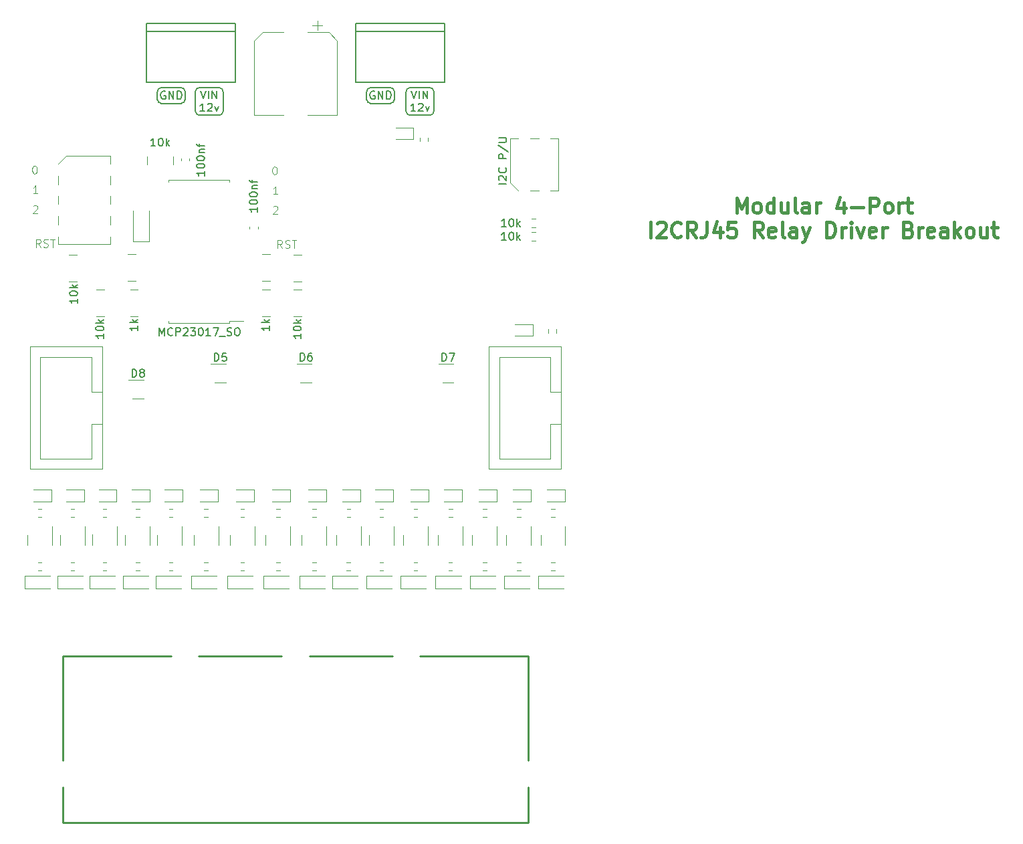
<source format=gto>
G04 #@! TF.GenerationSoftware,KiCad,Pcbnew,6.0.11+dfsg-1*
G04 #@! TF.CreationDate,2023-11-01T17:04:38+00:00*
G04 #@! TF.ProjectId,Modular-I2C-4PxRJ45-Relay-Driver,4d6f6475-6c61-4722-9d49-32432d345078,rev?*
G04 #@! TF.SameCoordinates,Original*
G04 #@! TF.FileFunction,Legend,Top*
G04 #@! TF.FilePolarity,Positive*
%FSLAX46Y46*%
G04 Gerber Fmt 4.6, Leading zero omitted, Abs format (unit mm)*
G04 Created by KiCad (PCBNEW 6.0.11+dfsg-1) date 2023-11-01 17:04:38*
%MOMM*%
%LPD*%
G01*
G04 APERTURE LIST*
%ADD10C,0.150000*%
%ADD11C,0.125000*%
%ADD12C,0.391000*%
%ADD13C,0.120000*%
%ADD14C,0.203200*%
%ADD15C,0.100000*%
%ADD16C,0.254000*%
G04 APERTURE END LIST*
D10*
X132119000Y-32253500D02*
G75*
G03*
X132619000Y-32753500I500000J0D01*
G01*
X166619000Y-34253500D02*
G75*
G03*
X167119000Y-33753500I0J500000D01*
G01*
X139934000Y-34253500D02*
G75*
G03*
X140434000Y-33753500I0J500000D01*
G01*
X164119000Y-30753500D02*
X166619000Y-30753500D01*
X162119000Y-31253500D02*
X162119000Y-32253500D01*
X136934000Y-33753500D02*
X136934000Y-31253500D01*
X135619000Y-31253500D02*
G75*
G03*
X135119000Y-30753500I-500000J0D01*
G01*
X140434000Y-31253500D02*
X140434000Y-33753500D01*
X135119000Y-32753500D02*
G75*
G03*
X135619000Y-32253500I0J500000D01*
G01*
X164119000Y-30753500D02*
G75*
G03*
X163619000Y-31253500I0J-500000D01*
G01*
X162119000Y-31253500D02*
G75*
G03*
X161619000Y-30753500I-500000J0D01*
G01*
X163619000Y-33753500D02*
G75*
G03*
X164119000Y-34253500I500000J0D01*
G01*
X161619000Y-32753500D02*
G75*
G03*
X162119000Y-32253500I0J500000D01*
G01*
X166619000Y-34253500D02*
X164119000Y-34253500D01*
X135119000Y-32753500D02*
X132619000Y-32753500D01*
X161619000Y-32753500D02*
X159119000Y-32753500D01*
X137434000Y-30753500D02*
X139934000Y-30753500D01*
X135619000Y-31253500D02*
X135619000Y-32253500D01*
X167119000Y-31253500D02*
G75*
G03*
X166619000Y-30753500I-500000J0D01*
G01*
X136934000Y-33753500D02*
G75*
G03*
X137434000Y-34253500I500000J0D01*
G01*
X132619000Y-30753500D02*
G75*
G03*
X132119000Y-31253500I0J-500000D01*
G01*
X158619000Y-32253500D02*
G75*
G03*
X159119000Y-32753500I500000J0D01*
G01*
X158619000Y-31253500D02*
X158619000Y-32253500D01*
X167119000Y-31253500D02*
X167119000Y-33753500D01*
X163619000Y-33753500D02*
X163619000Y-31253500D01*
X161619000Y-30753500D02*
X159119000Y-30753500D01*
X135119000Y-30753500D02*
X132619000Y-30753500D01*
X132119000Y-31253500D02*
X132119000Y-32253500D01*
X137434000Y-30753500D02*
G75*
G03*
X136934000Y-31253500I0J-500000D01*
G01*
X139934000Y-34253500D02*
X137434000Y-34253500D01*
X159119000Y-30753500D02*
G75*
G03*
X158619000Y-31253500I0J-500000D01*
G01*
X140434000Y-31253500D02*
G75*
G03*
X139934000Y-30753500I-500000J0D01*
G01*
D11*
X117321380Y-50955880D02*
X116988047Y-50479690D01*
X116749952Y-50955880D02*
X116749952Y-49955880D01*
X117130904Y-49955880D01*
X117226142Y-50003500D01*
X117273761Y-50051119D01*
X117321380Y-50146357D01*
X117321380Y-50289214D01*
X117273761Y-50384452D01*
X117226142Y-50432071D01*
X117130904Y-50479690D01*
X116749952Y-50479690D01*
X117702333Y-50908261D02*
X117845190Y-50955880D01*
X118083285Y-50955880D01*
X118178523Y-50908261D01*
X118226142Y-50860642D01*
X118273761Y-50765404D01*
X118273761Y-50670166D01*
X118226142Y-50574928D01*
X118178523Y-50527309D01*
X118083285Y-50479690D01*
X117892809Y-50432071D01*
X117797571Y-50384452D01*
X117749952Y-50336833D01*
X117702333Y-50241595D01*
X117702333Y-50146357D01*
X117749952Y-50051119D01*
X117797571Y-50003500D01*
X117892809Y-49955880D01*
X118130904Y-49955880D01*
X118273761Y-50003500D01*
X118559476Y-49955880D02*
X119130904Y-49955880D01*
X118845190Y-50955880D02*
X118845190Y-49955880D01*
X146783285Y-45851119D02*
X146830904Y-45803500D01*
X146926142Y-45755880D01*
X147164238Y-45755880D01*
X147259476Y-45803500D01*
X147307095Y-45851119D01*
X147354714Y-45946357D01*
X147354714Y-46041595D01*
X147307095Y-46184452D01*
X146735666Y-46755880D01*
X147354714Y-46755880D01*
X116954714Y-44155880D02*
X116383285Y-44155880D01*
X116669000Y-44155880D02*
X116669000Y-43155880D01*
X116573761Y-43298738D01*
X116478523Y-43393976D01*
X116383285Y-43441595D01*
D10*
X159607095Y-31253500D02*
X159511857Y-31205880D01*
X159369000Y-31205880D01*
X159226142Y-31253500D01*
X159130904Y-31348738D01*
X159083285Y-31443976D01*
X159035666Y-31634452D01*
X159035666Y-31777309D01*
X159083285Y-31967785D01*
X159130904Y-32063023D01*
X159226142Y-32158261D01*
X159369000Y-32205880D01*
X159464238Y-32205880D01*
X159607095Y-32158261D01*
X159654714Y-32110642D01*
X159654714Y-31777309D01*
X159464238Y-31777309D01*
X160083285Y-32205880D02*
X160083285Y-31205880D01*
X160654714Y-32205880D01*
X160654714Y-31205880D01*
X161130904Y-32205880D02*
X161130904Y-31205880D01*
X161369000Y-31205880D01*
X161511857Y-31253500D01*
X161607095Y-31348738D01*
X161654714Y-31443976D01*
X161702333Y-31634452D01*
X161702333Y-31777309D01*
X161654714Y-31967785D01*
X161607095Y-32063023D01*
X161511857Y-32158261D01*
X161369000Y-32205880D01*
X161130904Y-32205880D01*
X121991380Y-57486738D02*
X121991380Y-58058166D01*
X121991380Y-57772452D02*
X120991380Y-57772452D01*
X121134238Y-57867690D01*
X121229476Y-57962928D01*
X121277095Y-58058166D01*
X120991380Y-56867690D02*
X120991380Y-56772452D01*
X121039000Y-56677214D01*
X121086619Y-56629595D01*
X121181857Y-56581976D01*
X121372333Y-56534357D01*
X121610428Y-56534357D01*
X121800904Y-56581976D01*
X121896142Y-56629595D01*
X121943761Y-56677214D01*
X121991380Y-56772452D01*
X121991380Y-56867690D01*
X121943761Y-56962928D01*
X121896142Y-57010547D01*
X121800904Y-57058166D01*
X121610428Y-57105785D01*
X121372333Y-57105785D01*
X121181857Y-57058166D01*
X121086619Y-57010547D01*
X121039000Y-56962928D01*
X120991380Y-56867690D01*
X121991380Y-56105785D02*
X120991380Y-56105785D01*
X121610428Y-56010547D02*
X121991380Y-55724833D01*
X121324714Y-55724833D02*
X121705666Y-56105785D01*
X176321380Y-42908261D02*
X175321380Y-42908261D01*
X175416619Y-42479690D02*
X175369000Y-42432071D01*
X175321380Y-42336833D01*
X175321380Y-42098738D01*
X175369000Y-42003500D01*
X175416619Y-41955880D01*
X175511857Y-41908261D01*
X175607095Y-41908261D01*
X175749952Y-41955880D01*
X176321380Y-42527309D01*
X176321380Y-41908261D01*
X176226142Y-40908261D02*
X176273761Y-40955880D01*
X176321380Y-41098738D01*
X176321380Y-41193976D01*
X176273761Y-41336833D01*
X176178523Y-41432071D01*
X176083285Y-41479690D01*
X175892809Y-41527309D01*
X175749952Y-41527309D01*
X175559476Y-41479690D01*
X175464238Y-41432071D01*
X175369000Y-41336833D01*
X175321380Y-41193976D01*
X175321380Y-41098738D01*
X175369000Y-40955880D01*
X175416619Y-40908261D01*
X176321380Y-39717785D02*
X175321380Y-39717785D01*
X175321380Y-39336833D01*
X175369000Y-39241595D01*
X175416619Y-39193976D01*
X175511857Y-39146357D01*
X175654714Y-39146357D01*
X175749952Y-39193976D01*
X175797571Y-39241595D01*
X175845190Y-39336833D01*
X175845190Y-39717785D01*
X175273761Y-38003500D02*
X176559476Y-38860642D01*
X175321380Y-37670166D02*
X176130904Y-37670166D01*
X176226142Y-37622547D01*
X176273761Y-37574928D01*
X176321380Y-37479690D01*
X176321380Y-37289214D01*
X176273761Y-37193976D01*
X176226142Y-37146357D01*
X176130904Y-37098738D01*
X175321380Y-37098738D01*
X164273761Y-31150880D02*
X164607095Y-32150880D01*
X164940428Y-31150880D01*
X165273761Y-32150880D02*
X165273761Y-31150880D01*
X165749952Y-32150880D02*
X165749952Y-31150880D01*
X166321380Y-32150880D01*
X166321380Y-31150880D01*
X164797571Y-33760880D02*
X164226142Y-33760880D01*
X164511857Y-33760880D02*
X164511857Y-32760880D01*
X164416619Y-32903738D01*
X164321380Y-32998976D01*
X164226142Y-33046595D01*
X165178523Y-32856119D02*
X165226142Y-32808500D01*
X165321380Y-32760880D01*
X165559476Y-32760880D01*
X165654714Y-32808500D01*
X165702333Y-32856119D01*
X165749952Y-32951357D01*
X165749952Y-33046595D01*
X165702333Y-33189452D01*
X165130904Y-33760880D01*
X165749952Y-33760880D01*
X166083285Y-33094214D02*
X166321380Y-33760880D01*
X166559476Y-33094214D01*
D12*
X205453976Y-46619605D02*
X205453976Y-44710605D01*
X206090309Y-46074176D01*
X206726642Y-44710605D01*
X206726642Y-46619605D01*
X207908404Y-46619605D02*
X207726595Y-46528700D01*
X207635690Y-46437795D01*
X207544785Y-46255986D01*
X207544785Y-45710557D01*
X207635690Y-45528748D01*
X207726595Y-45437843D01*
X207908404Y-45346938D01*
X208181119Y-45346938D01*
X208362928Y-45437843D01*
X208453833Y-45528748D01*
X208544738Y-45710557D01*
X208544738Y-46255986D01*
X208453833Y-46437795D01*
X208362928Y-46528700D01*
X208181119Y-46619605D01*
X207908404Y-46619605D01*
X210181023Y-46619605D02*
X210181023Y-44710605D01*
X210181023Y-46528700D02*
X209999214Y-46619605D01*
X209635595Y-46619605D01*
X209453785Y-46528700D01*
X209362880Y-46437795D01*
X209271976Y-46255986D01*
X209271976Y-45710557D01*
X209362880Y-45528748D01*
X209453785Y-45437843D01*
X209635595Y-45346938D01*
X209999214Y-45346938D01*
X210181023Y-45437843D01*
X211908214Y-45346938D02*
X211908214Y-46619605D01*
X211090071Y-45346938D02*
X211090071Y-46346890D01*
X211180976Y-46528700D01*
X211362785Y-46619605D01*
X211635500Y-46619605D01*
X211817309Y-46528700D01*
X211908214Y-46437795D01*
X213089976Y-46619605D02*
X212908166Y-46528700D01*
X212817261Y-46346890D01*
X212817261Y-44710605D01*
X214635357Y-46619605D02*
X214635357Y-45619652D01*
X214544452Y-45437843D01*
X214362642Y-45346938D01*
X213999023Y-45346938D01*
X213817214Y-45437843D01*
X214635357Y-46528700D02*
X214453547Y-46619605D01*
X213999023Y-46619605D01*
X213817214Y-46528700D01*
X213726309Y-46346890D01*
X213726309Y-46165081D01*
X213817214Y-45983271D01*
X213999023Y-45892367D01*
X214453547Y-45892367D01*
X214635357Y-45801462D01*
X215544404Y-46619605D02*
X215544404Y-45346938D01*
X215544404Y-45710557D02*
X215635309Y-45528748D01*
X215726214Y-45437843D01*
X215908023Y-45346938D01*
X216089833Y-45346938D01*
X218998785Y-45346938D02*
X218998785Y-46619605D01*
X218544261Y-44619700D02*
X218089738Y-45983271D01*
X219271500Y-45983271D01*
X219998738Y-45892367D02*
X221453214Y-45892367D01*
X222362261Y-46619605D02*
X222362261Y-44710605D01*
X223089500Y-44710605D01*
X223271309Y-44801510D01*
X223362214Y-44892414D01*
X223453119Y-45074224D01*
X223453119Y-45346938D01*
X223362214Y-45528748D01*
X223271309Y-45619652D01*
X223089500Y-45710557D01*
X222362261Y-45710557D01*
X224543976Y-46619605D02*
X224362166Y-46528700D01*
X224271261Y-46437795D01*
X224180357Y-46255986D01*
X224180357Y-45710557D01*
X224271261Y-45528748D01*
X224362166Y-45437843D01*
X224543976Y-45346938D01*
X224816690Y-45346938D01*
X224998500Y-45437843D01*
X225089404Y-45528748D01*
X225180309Y-45710557D01*
X225180309Y-46255986D01*
X225089404Y-46437795D01*
X224998500Y-46528700D01*
X224816690Y-46619605D01*
X224543976Y-46619605D01*
X225998452Y-46619605D02*
X225998452Y-45346938D01*
X225998452Y-45710557D02*
X226089357Y-45528748D01*
X226180261Y-45437843D01*
X226362071Y-45346938D01*
X226543880Y-45346938D01*
X226907500Y-45346938D02*
X227634738Y-45346938D01*
X227180214Y-44710605D02*
X227180214Y-46346890D01*
X227271119Y-46528700D01*
X227452928Y-46619605D01*
X227634738Y-46619605D01*
X194590857Y-49693095D02*
X194590857Y-47784095D01*
X195408999Y-47965904D02*
X195499904Y-47875000D01*
X195681714Y-47784095D01*
X196136238Y-47784095D01*
X196318047Y-47875000D01*
X196408952Y-47965904D01*
X196499857Y-48147714D01*
X196499857Y-48329523D01*
X196408952Y-48602238D01*
X195318095Y-49693095D01*
X196499857Y-49693095D01*
X198408857Y-49511285D02*
X198317952Y-49602190D01*
X198045238Y-49693095D01*
X197863428Y-49693095D01*
X197590714Y-49602190D01*
X197408904Y-49420380D01*
X197317999Y-49238571D01*
X197227095Y-48874952D01*
X197227095Y-48602238D01*
X197317999Y-48238619D01*
X197408904Y-48056809D01*
X197590714Y-47875000D01*
X197863428Y-47784095D01*
X198045238Y-47784095D01*
X198317952Y-47875000D01*
X198408857Y-47965904D01*
X200317857Y-49693095D02*
X199681523Y-48784047D01*
X199226999Y-49693095D02*
X199226999Y-47784095D01*
X199954238Y-47784095D01*
X200136047Y-47875000D01*
X200226952Y-47965904D01*
X200317857Y-48147714D01*
X200317857Y-48420428D01*
X200226952Y-48602238D01*
X200136047Y-48693142D01*
X199954238Y-48784047D01*
X199226999Y-48784047D01*
X201681428Y-47784095D02*
X201681428Y-49147666D01*
X201590523Y-49420380D01*
X201408714Y-49602190D01*
X201135999Y-49693095D01*
X200954190Y-49693095D01*
X203408619Y-48420428D02*
X203408619Y-49693095D01*
X202954095Y-47693190D02*
X202499571Y-49056761D01*
X203681333Y-49056761D01*
X205317619Y-47784095D02*
X204408571Y-47784095D01*
X204317666Y-48693142D01*
X204408571Y-48602238D01*
X204590380Y-48511333D01*
X205044904Y-48511333D01*
X205226714Y-48602238D01*
X205317619Y-48693142D01*
X205408523Y-48874952D01*
X205408523Y-49329476D01*
X205317619Y-49511285D01*
X205226714Y-49602190D01*
X205044904Y-49693095D01*
X204590380Y-49693095D01*
X204408571Y-49602190D01*
X204317666Y-49511285D01*
X208771999Y-49693095D02*
X208135666Y-48784047D01*
X207681142Y-49693095D02*
X207681142Y-47784095D01*
X208408380Y-47784095D01*
X208590190Y-47875000D01*
X208681095Y-47965904D01*
X208771999Y-48147714D01*
X208771999Y-48420428D01*
X208681095Y-48602238D01*
X208590190Y-48693142D01*
X208408380Y-48784047D01*
X207681142Y-48784047D01*
X210317380Y-49602190D02*
X210135571Y-49693095D01*
X209771952Y-49693095D01*
X209590142Y-49602190D01*
X209499238Y-49420380D01*
X209499238Y-48693142D01*
X209590142Y-48511333D01*
X209771952Y-48420428D01*
X210135571Y-48420428D01*
X210317380Y-48511333D01*
X210408285Y-48693142D01*
X210408285Y-48874952D01*
X209499238Y-49056761D01*
X211499142Y-49693095D02*
X211317333Y-49602190D01*
X211226428Y-49420380D01*
X211226428Y-47784095D01*
X213044523Y-49693095D02*
X213044523Y-48693142D01*
X212953619Y-48511333D01*
X212771809Y-48420428D01*
X212408190Y-48420428D01*
X212226380Y-48511333D01*
X213044523Y-49602190D02*
X212862714Y-49693095D01*
X212408190Y-49693095D01*
X212226380Y-49602190D01*
X212135476Y-49420380D01*
X212135476Y-49238571D01*
X212226380Y-49056761D01*
X212408190Y-48965857D01*
X212862714Y-48965857D01*
X213044523Y-48874952D01*
X213771761Y-48420428D02*
X214226285Y-49693095D01*
X214680809Y-48420428D02*
X214226285Y-49693095D01*
X214044476Y-50147619D01*
X213953571Y-50238523D01*
X213771761Y-50329428D01*
X216862523Y-49693095D02*
X216862523Y-47784095D01*
X217317047Y-47784095D01*
X217589761Y-47875000D01*
X217771571Y-48056809D01*
X217862476Y-48238619D01*
X217953380Y-48602238D01*
X217953380Y-48874952D01*
X217862476Y-49238571D01*
X217771571Y-49420380D01*
X217589761Y-49602190D01*
X217317047Y-49693095D01*
X216862523Y-49693095D01*
X218771523Y-49693095D02*
X218771523Y-48420428D01*
X218771523Y-48784047D02*
X218862428Y-48602238D01*
X218953333Y-48511333D01*
X219135142Y-48420428D01*
X219316952Y-48420428D01*
X219953285Y-49693095D02*
X219953285Y-48420428D01*
X219953285Y-47784095D02*
X219862380Y-47875000D01*
X219953285Y-47965904D01*
X220044190Y-47875000D01*
X219953285Y-47784095D01*
X219953285Y-47965904D01*
X220680523Y-48420428D02*
X221135047Y-49693095D01*
X221589571Y-48420428D01*
X223044047Y-49602190D02*
X222862238Y-49693095D01*
X222498619Y-49693095D01*
X222316809Y-49602190D01*
X222225904Y-49420380D01*
X222225904Y-48693142D01*
X222316809Y-48511333D01*
X222498619Y-48420428D01*
X222862238Y-48420428D01*
X223044047Y-48511333D01*
X223134952Y-48693142D01*
X223134952Y-48874952D01*
X222225904Y-49056761D01*
X223953095Y-49693095D02*
X223953095Y-48420428D01*
X223953095Y-48784047D02*
X224043999Y-48602238D01*
X224134904Y-48511333D01*
X224316714Y-48420428D01*
X224498523Y-48420428D01*
X227225666Y-48693142D02*
X227498380Y-48784047D01*
X227589285Y-48874952D01*
X227680190Y-49056761D01*
X227680190Y-49329476D01*
X227589285Y-49511285D01*
X227498380Y-49602190D01*
X227316571Y-49693095D01*
X226589333Y-49693095D01*
X226589333Y-47784095D01*
X227225666Y-47784095D01*
X227407476Y-47875000D01*
X227498380Y-47965904D01*
X227589285Y-48147714D01*
X227589285Y-48329523D01*
X227498380Y-48511333D01*
X227407476Y-48602238D01*
X227225666Y-48693142D01*
X226589333Y-48693142D01*
X228498333Y-49693095D02*
X228498333Y-48420428D01*
X228498333Y-48784047D02*
X228589238Y-48602238D01*
X228680142Y-48511333D01*
X228861952Y-48420428D01*
X229043761Y-48420428D01*
X230407333Y-49602190D02*
X230225523Y-49693095D01*
X229861904Y-49693095D01*
X229680095Y-49602190D01*
X229589190Y-49420380D01*
X229589190Y-48693142D01*
X229680095Y-48511333D01*
X229861904Y-48420428D01*
X230225523Y-48420428D01*
X230407333Y-48511333D01*
X230498238Y-48693142D01*
X230498238Y-48874952D01*
X229589190Y-49056761D01*
X232134523Y-49693095D02*
X232134523Y-48693142D01*
X232043619Y-48511333D01*
X231861809Y-48420428D01*
X231498190Y-48420428D01*
X231316380Y-48511333D01*
X232134523Y-49602190D02*
X231952714Y-49693095D01*
X231498190Y-49693095D01*
X231316380Y-49602190D01*
X231225476Y-49420380D01*
X231225476Y-49238571D01*
X231316380Y-49056761D01*
X231498190Y-48965857D01*
X231952714Y-48965857D01*
X232134523Y-48874952D01*
X233043571Y-49693095D02*
X233043571Y-47784095D01*
X233225380Y-48965857D02*
X233770809Y-49693095D01*
X233770809Y-48420428D02*
X233043571Y-49147666D01*
X234861666Y-49693095D02*
X234679857Y-49602190D01*
X234588952Y-49511285D01*
X234498047Y-49329476D01*
X234498047Y-48784047D01*
X234588952Y-48602238D01*
X234679857Y-48511333D01*
X234861666Y-48420428D01*
X235134380Y-48420428D01*
X235316190Y-48511333D01*
X235407095Y-48602238D01*
X235497999Y-48784047D01*
X235497999Y-49329476D01*
X235407095Y-49511285D01*
X235316190Y-49602190D01*
X235134380Y-49693095D01*
X234861666Y-49693095D01*
X237134285Y-48420428D02*
X237134285Y-49693095D01*
X236316142Y-48420428D02*
X236316142Y-49420380D01*
X236407047Y-49602190D01*
X236588857Y-49693095D01*
X236861571Y-49693095D01*
X237043380Y-49602190D01*
X237134285Y-49511285D01*
X237770619Y-48420428D02*
X238497857Y-48420428D01*
X238043333Y-47784095D02*
X238043333Y-49420380D01*
X238134238Y-49602190D01*
X238316047Y-49693095D01*
X238497857Y-49693095D01*
D10*
X137588761Y-31150880D02*
X137922095Y-32150880D01*
X138255428Y-31150880D01*
X138588761Y-32150880D02*
X138588761Y-31150880D01*
X139064952Y-32150880D02*
X139064952Y-31150880D01*
X139636380Y-32150880D01*
X139636380Y-31150880D01*
X138112571Y-33760880D02*
X137541142Y-33760880D01*
X137826857Y-33760880D02*
X137826857Y-32760880D01*
X137731619Y-32903738D01*
X137636380Y-32998976D01*
X137541142Y-33046595D01*
X138493523Y-32856119D02*
X138541142Y-32808500D01*
X138636380Y-32760880D01*
X138874476Y-32760880D01*
X138969714Y-32808500D01*
X139017333Y-32856119D01*
X139064952Y-32951357D01*
X139064952Y-33046595D01*
X139017333Y-33189452D01*
X138445904Y-33760880D01*
X139064952Y-33760880D01*
X139398285Y-33094214D02*
X139636380Y-33760880D01*
X139874476Y-33094214D01*
D11*
X146921380Y-40755880D02*
X147016619Y-40755880D01*
X147111857Y-40803500D01*
X147159476Y-40851119D01*
X147207095Y-40946357D01*
X147254714Y-41136833D01*
X147254714Y-41374928D01*
X147207095Y-41565404D01*
X147159476Y-41660642D01*
X147111857Y-41708261D01*
X147016619Y-41755880D01*
X146921380Y-41755880D01*
X146826142Y-41708261D01*
X146778523Y-41660642D01*
X146730904Y-41565404D01*
X146683285Y-41374928D01*
X146683285Y-41136833D01*
X146730904Y-40946357D01*
X146778523Y-40851119D01*
X146826142Y-40803500D01*
X146921380Y-40755880D01*
X116383285Y-45751119D02*
X116430904Y-45703500D01*
X116526142Y-45655880D01*
X116764238Y-45655880D01*
X116859476Y-45703500D01*
X116907095Y-45751119D01*
X116954714Y-45846357D01*
X116954714Y-45941595D01*
X116907095Y-46084452D01*
X116335666Y-46655880D01*
X116954714Y-46655880D01*
X147354714Y-44255880D02*
X146783285Y-44255880D01*
X147069000Y-44255880D02*
X147069000Y-43255880D01*
X146973761Y-43398738D01*
X146878523Y-43493976D01*
X146783285Y-43541595D01*
D10*
X133107095Y-31253500D02*
X133011857Y-31205880D01*
X132869000Y-31205880D01*
X132726142Y-31253500D01*
X132630904Y-31348738D01*
X132583285Y-31443976D01*
X132535666Y-31634452D01*
X132535666Y-31777309D01*
X132583285Y-31967785D01*
X132630904Y-32063023D01*
X132726142Y-32158261D01*
X132869000Y-32205880D01*
X132964238Y-32205880D01*
X133107095Y-32158261D01*
X133154714Y-32110642D01*
X133154714Y-31777309D01*
X132964238Y-31777309D01*
X133583285Y-32205880D02*
X133583285Y-31205880D01*
X134154714Y-32205880D01*
X134154714Y-31205880D01*
X134630904Y-32205880D02*
X134630904Y-31205880D01*
X134869000Y-31205880D01*
X135011857Y-31253500D01*
X135107095Y-31348738D01*
X135154714Y-31443976D01*
X135202333Y-31634452D01*
X135202333Y-31777309D01*
X135154714Y-31967785D01*
X135107095Y-32063023D01*
X135011857Y-32158261D01*
X134869000Y-32205880D01*
X134630904Y-32205880D01*
D11*
X147921380Y-51055880D02*
X147588047Y-50579690D01*
X147349952Y-51055880D02*
X147349952Y-50055880D01*
X147730904Y-50055880D01*
X147826142Y-50103500D01*
X147873761Y-50151119D01*
X147921380Y-50246357D01*
X147921380Y-50389214D01*
X147873761Y-50484452D01*
X147826142Y-50532071D01*
X147730904Y-50579690D01*
X147349952Y-50579690D01*
X148302333Y-51008261D02*
X148445190Y-51055880D01*
X148683285Y-51055880D01*
X148778523Y-51008261D01*
X148826142Y-50960642D01*
X148873761Y-50865404D01*
X148873761Y-50770166D01*
X148826142Y-50674928D01*
X148778523Y-50627309D01*
X148683285Y-50579690D01*
X148492809Y-50532071D01*
X148397571Y-50484452D01*
X148349952Y-50436833D01*
X148302333Y-50341595D01*
X148302333Y-50246357D01*
X148349952Y-50151119D01*
X148397571Y-50103500D01*
X148492809Y-50055880D01*
X148730904Y-50055880D01*
X148873761Y-50103500D01*
X149159476Y-50055880D02*
X149730904Y-50055880D01*
X149445190Y-51055880D02*
X149445190Y-50055880D01*
X116521380Y-40655880D02*
X116616619Y-40655880D01*
X116711857Y-40703500D01*
X116759476Y-40751119D01*
X116807095Y-40846357D01*
X116854714Y-41036833D01*
X116854714Y-41274928D01*
X116807095Y-41465404D01*
X116759476Y-41560642D01*
X116711857Y-41608261D01*
X116616619Y-41655880D01*
X116521380Y-41655880D01*
X116426142Y-41608261D01*
X116378523Y-41560642D01*
X116330904Y-41465404D01*
X116283285Y-41274928D01*
X116283285Y-41036833D01*
X116330904Y-40846357D01*
X116378523Y-40751119D01*
X116426142Y-40703500D01*
X116521380Y-40655880D01*
D10*
X128928904Y-67408880D02*
X128928904Y-66408880D01*
X129167000Y-66408880D01*
X129309857Y-66456500D01*
X129405095Y-66551738D01*
X129452714Y-66646976D01*
X129500333Y-66837452D01*
X129500333Y-66980309D01*
X129452714Y-67170785D01*
X129405095Y-67266023D01*
X129309857Y-67361261D01*
X129167000Y-67408880D01*
X128928904Y-67408880D01*
X130071761Y-66837452D02*
X129976523Y-66789833D01*
X129928904Y-66742214D01*
X129881285Y-66646976D01*
X129881285Y-66599357D01*
X129928904Y-66504119D01*
X129976523Y-66456500D01*
X130071761Y-66408880D01*
X130262238Y-66408880D01*
X130357476Y-66456500D01*
X130405095Y-66504119D01*
X130452714Y-66599357D01*
X130452714Y-66646976D01*
X130405095Y-66742214D01*
X130357476Y-66789833D01*
X130262238Y-66837452D01*
X130071761Y-66837452D01*
X129976523Y-66885071D01*
X129928904Y-66932690D01*
X129881285Y-67027928D01*
X129881285Y-67218404D01*
X129928904Y-67313642D01*
X129976523Y-67361261D01*
X130071761Y-67408880D01*
X130262238Y-67408880D01*
X130357476Y-67361261D01*
X130405095Y-67313642D01*
X130452714Y-67218404D01*
X130452714Y-67027928D01*
X130405095Y-66932690D01*
X130357476Y-66885071D01*
X130262238Y-66837452D01*
X168171904Y-65376880D02*
X168171904Y-64376880D01*
X168410000Y-64376880D01*
X168552857Y-64424500D01*
X168648095Y-64519738D01*
X168695714Y-64614976D01*
X168743333Y-64805452D01*
X168743333Y-64948309D01*
X168695714Y-65138785D01*
X168648095Y-65234023D01*
X168552857Y-65329261D01*
X168410000Y-65376880D01*
X168171904Y-65376880D01*
X169076666Y-64376880D02*
X169743333Y-64376880D01*
X169314761Y-65376880D01*
X125321380Y-61898738D02*
X125321380Y-62470166D01*
X125321380Y-62184452D02*
X124321380Y-62184452D01*
X124464238Y-62279690D01*
X124559476Y-62374928D01*
X124607095Y-62470166D01*
X124321380Y-61279690D02*
X124321380Y-61184452D01*
X124369000Y-61089214D01*
X124416619Y-61041595D01*
X124511857Y-60993976D01*
X124702333Y-60946357D01*
X124940428Y-60946357D01*
X125130904Y-60993976D01*
X125226142Y-61041595D01*
X125273761Y-61089214D01*
X125321380Y-61184452D01*
X125321380Y-61279690D01*
X125273761Y-61374928D01*
X125226142Y-61422547D01*
X125130904Y-61470166D01*
X124940428Y-61517785D01*
X124702333Y-61517785D01*
X124511857Y-61470166D01*
X124416619Y-61422547D01*
X124369000Y-61374928D01*
X124321380Y-61279690D01*
X125321380Y-60517785D02*
X124321380Y-60517785D01*
X124940428Y-60422547D02*
X125321380Y-60136833D01*
X124654714Y-60136833D02*
X125035666Y-60517785D01*
X138088380Y-41328261D02*
X138088380Y-41899690D01*
X138088380Y-41613976D02*
X137088380Y-41613976D01*
X137231238Y-41709214D01*
X137326476Y-41804452D01*
X137374095Y-41899690D01*
X137088380Y-40709214D02*
X137088380Y-40613976D01*
X137136000Y-40518738D01*
X137183619Y-40471119D01*
X137278857Y-40423500D01*
X137469333Y-40375880D01*
X137707428Y-40375880D01*
X137897904Y-40423500D01*
X137993142Y-40471119D01*
X138040761Y-40518738D01*
X138088380Y-40613976D01*
X138088380Y-40709214D01*
X138040761Y-40804452D01*
X137993142Y-40852071D01*
X137897904Y-40899690D01*
X137707428Y-40947309D01*
X137469333Y-40947309D01*
X137278857Y-40899690D01*
X137183619Y-40852071D01*
X137136000Y-40804452D01*
X137088380Y-40709214D01*
X137088380Y-39756833D02*
X137088380Y-39661595D01*
X137136000Y-39566357D01*
X137183619Y-39518738D01*
X137278857Y-39471119D01*
X137469333Y-39423500D01*
X137707428Y-39423500D01*
X137897904Y-39471119D01*
X137993142Y-39518738D01*
X138040761Y-39566357D01*
X138088380Y-39661595D01*
X138088380Y-39756833D01*
X138040761Y-39852071D01*
X137993142Y-39899690D01*
X137897904Y-39947309D01*
X137707428Y-39994928D01*
X137469333Y-39994928D01*
X137278857Y-39947309D01*
X137183619Y-39899690D01*
X137136000Y-39852071D01*
X137088380Y-39756833D01*
X137421714Y-38994928D02*
X138088380Y-38994928D01*
X137516952Y-38994928D02*
X137469333Y-38947309D01*
X137421714Y-38852071D01*
X137421714Y-38709214D01*
X137469333Y-38613976D01*
X137564571Y-38566357D01*
X138088380Y-38566357D01*
X137421714Y-38233023D02*
X137421714Y-37852071D01*
X138088380Y-38090166D02*
X137231238Y-38090166D01*
X137136000Y-38042547D01*
X137088380Y-37947309D01*
X137088380Y-37852071D01*
X131865761Y-38152880D02*
X131294333Y-38152880D01*
X131580047Y-38152880D02*
X131580047Y-37152880D01*
X131484809Y-37295738D01*
X131389571Y-37390976D01*
X131294333Y-37438595D01*
X132484809Y-37152880D02*
X132580047Y-37152880D01*
X132675285Y-37200500D01*
X132722904Y-37248119D01*
X132770523Y-37343357D01*
X132818142Y-37533833D01*
X132818142Y-37771928D01*
X132770523Y-37962404D01*
X132722904Y-38057642D01*
X132675285Y-38105261D01*
X132580047Y-38152880D01*
X132484809Y-38152880D01*
X132389571Y-38105261D01*
X132341952Y-38057642D01*
X132294333Y-37962404D01*
X132246714Y-37771928D01*
X132246714Y-37533833D01*
X132294333Y-37343357D01*
X132341952Y-37248119D01*
X132389571Y-37200500D01*
X132484809Y-37152880D01*
X133246714Y-38152880D02*
X133246714Y-37152880D01*
X133341952Y-37771928D02*
X133627666Y-38152880D01*
X133627666Y-37486214D02*
X133246714Y-37867166D01*
X176273761Y-48355880D02*
X175702333Y-48355880D01*
X175988047Y-48355880D02*
X175988047Y-47355880D01*
X175892809Y-47498738D01*
X175797571Y-47593976D01*
X175702333Y-47641595D01*
X176892809Y-47355880D02*
X176988047Y-47355880D01*
X177083285Y-47403500D01*
X177130904Y-47451119D01*
X177178523Y-47546357D01*
X177226142Y-47736833D01*
X177226142Y-47974928D01*
X177178523Y-48165404D01*
X177130904Y-48260642D01*
X177083285Y-48308261D01*
X176988047Y-48355880D01*
X176892809Y-48355880D01*
X176797571Y-48308261D01*
X176749952Y-48260642D01*
X176702333Y-48165404D01*
X176654714Y-47974928D01*
X176654714Y-47736833D01*
X176702333Y-47546357D01*
X176749952Y-47451119D01*
X176797571Y-47403500D01*
X176892809Y-47355880D01*
X177654714Y-48355880D02*
X177654714Y-47355880D01*
X177749952Y-47974928D02*
X178035666Y-48355880D01*
X178035666Y-47689214D02*
X177654714Y-48070166D01*
X150203904Y-65361880D02*
X150203904Y-64361880D01*
X150442000Y-64361880D01*
X150584857Y-64409500D01*
X150680095Y-64504738D01*
X150727714Y-64599976D01*
X150775333Y-64790452D01*
X150775333Y-64933309D01*
X150727714Y-65123785D01*
X150680095Y-65219023D01*
X150584857Y-65314261D01*
X150442000Y-65361880D01*
X150203904Y-65361880D01*
X151632476Y-64361880D02*
X151442000Y-64361880D01*
X151346761Y-64409500D01*
X151299142Y-64457119D01*
X151203904Y-64599976D01*
X151156285Y-64790452D01*
X151156285Y-65171404D01*
X151203904Y-65266642D01*
X151251523Y-65314261D01*
X151346761Y-65361880D01*
X151537238Y-65361880D01*
X151632476Y-65314261D01*
X151680095Y-65266642D01*
X151727714Y-65171404D01*
X151727714Y-64933309D01*
X151680095Y-64838071D01*
X151632476Y-64790452D01*
X151537238Y-64742833D01*
X151346761Y-64742833D01*
X151251523Y-64790452D01*
X151203904Y-64838071D01*
X151156285Y-64933309D01*
X176273761Y-50055880D02*
X175702333Y-50055880D01*
X175988047Y-50055880D02*
X175988047Y-49055880D01*
X175892809Y-49198738D01*
X175797571Y-49293976D01*
X175702333Y-49341595D01*
X176892809Y-49055880D02*
X176988047Y-49055880D01*
X177083285Y-49103500D01*
X177130904Y-49151119D01*
X177178523Y-49246357D01*
X177226142Y-49436833D01*
X177226142Y-49674928D01*
X177178523Y-49865404D01*
X177130904Y-49960642D01*
X177083285Y-50008261D01*
X176988047Y-50055880D01*
X176892809Y-50055880D01*
X176797571Y-50008261D01*
X176749952Y-49960642D01*
X176702333Y-49865404D01*
X176654714Y-49674928D01*
X176654714Y-49436833D01*
X176702333Y-49246357D01*
X176749952Y-49151119D01*
X176797571Y-49103500D01*
X176892809Y-49055880D01*
X177654714Y-50055880D02*
X177654714Y-49055880D01*
X177749952Y-49674928D02*
X178035666Y-50055880D01*
X178035666Y-49389214D02*
X177654714Y-49770166D01*
X132318761Y-62169880D02*
X132318761Y-61169880D01*
X132652095Y-61884166D01*
X132985428Y-61169880D01*
X132985428Y-62169880D01*
X134033047Y-62074642D02*
X133985428Y-62122261D01*
X133842571Y-62169880D01*
X133747333Y-62169880D01*
X133604476Y-62122261D01*
X133509238Y-62027023D01*
X133461619Y-61931785D01*
X133414000Y-61741309D01*
X133414000Y-61598452D01*
X133461619Y-61407976D01*
X133509238Y-61312738D01*
X133604476Y-61217500D01*
X133747333Y-61169880D01*
X133842571Y-61169880D01*
X133985428Y-61217500D01*
X134033047Y-61265119D01*
X134461619Y-62169880D02*
X134461619Y-61169880D01*
X134842571Y-61169880D01*
X134937809Y-61217500D01*
X134985428Y-61265119D01*
X135033047Y-61360357D01*
X135033047Y-61503214D01*
X134985428Y-61598452D01*
X134937809Y-61646071D01*
X134842571Y-61693690D01*
X134461619Y-61693690D01*
X135414000Y-61265119D02*
X135461619Y-61217500D01*
X135556857Y-61169880D01*
X135794952Y-61169880D01*
X135890190Y-61217500D01*
X135937809Y-61265119D01*
X135985428Y-61360357D01*
X135985428Y-61455595D01*
X135937809Y-61598452D01*
X135366380Y-62169880D01*
X135985428Y-62169880D01*
X136318761Y-61169880D02*
X136937809Y-61169880D01*
X136604476Y-61550833D01*
X136747333Y-61550833D01*
X136842571Y-61598452D01*
X136890190Y-61646071D01*
X136937809Y-61741309D01*
X136937809Y-61979404D01*
X136890190Y-62074642D01*
X136842571Y-62122261D01*
X136747333Y-62169880D01*
X136461619Y-62169880D01*
X136366380Y-62122261D01*
X136318761Y-62074642D01*
X137556857Y-61169880D02*
X137652095Y-61169880D01*
X137747333Y-61217500D01*
X137794952Y-61265119D01*
X137842571Y-61360357D01*
X137890190Y-61550833D01*
X137890190Y-61788928D01*
X137842571Y-61979404D01*
X137794952Y-62074642D01*
X137747333Y-62122261D01*
X137652095Y-62169880D01*
X137556857Y-62169880D01*
X137461619Y-62122261D01*
X137414000Y-62074642D01*
X137366380Y-61979404D01*
X137318761Y-61788928D01*
X137318761Y-61550833D01*
X137366380Y-61360357D01*
X137414000Y-61265119D01*
X137461619Y-61217500D01*
X137556857Y-61169880D01*
X138842571Y-62169880D02*
X138271142Y-62169880D01*
X138556857Y-62169880D02*
X138556857Y-61169880D01*
X138461619Y-61312738D01*
X138366380Y-61407976D01*
X138271142Y-61455595D01*
X139175904Y-61169880D02*
X139842571Y-61169880D01*
X139414000Y-62169880D01*
X139985428Y-62265119D02*
X140747333Y-62265119D01*
X140937809Y-62122261D02*
X141080666Y-62169880D01*
X141318761Y-62169880D01*
X141414000Y-62122261D01*
X141461619Y-62074642D01*
X141509238Y-61979404D01*
X141509238Y-61884166D01*
X141461619Y-61788928D01*
X141414000Y-61741309D01*
X141318761Y-61693690D01*
X141128285Y-61646071D01*
X141033047Y-61598452D01*
X140985428Y-61550833D01*
X140937809Y-61455595D01*
X140937809Y-61360357D01*
X140985428Y-61265119D01*
X141033047Y-61217500D01*
X141128285Y-61169880D01*
X141366380Y-61169880D01*
X141509238Y-61217500D01*
X142128285Y-61169880D02*
X142318761Y-61169880D01*
X142414000Y-61217500D01*
X142509238Y-61312738D01*
X142556857Y-61503214D01*
X142556857Y-61836547D01*
X142509238Y-62027023D01*
X142414000Y-62122261D01*
X142318761Y-62169880D01*
X142128285Y-62169880D01*
X142033047Y-62122261D01*
X141937809Y-62027023D01*
X141890190Y-61836547D01*
X141890190Y-61503214D01*
X141937809Y-61312738D01*
X142033047Y-61217500D01*
X142128285Y-61169880D01*
X150321380Y-61898738D02*
X150321380Y-62470166D01*
X150321380Y-62184452D02*
X149321380Y-62184452D01*
X149464238Y-62279690D01*
X149559476Y-62374928D01*
X149607095Y-62470166D01*
X149321380Y-61279690D02*
X149321380Y-61184452D01*
X149369000Y-61089214D01*
X149416619Y-61041595D01*
X149511857Y-60993976D01*
X149702333Y-60946357D01*
X149940428Y-60946357D01*
X150130904Y-60993976D01*
X150226142Y-61041595D01*
X150273761Y-61089214D01*
X150321380Y-61184452D01*
X150321380Y-61279690D01*
X150273761Y-61374928D01*
X150226142Y-61422547D01*
X150130904Y-61470166D01*
X149940428Y-61517785D01*
X149702333Y-61517785D01*
X149511857Y-61470166D01*
X149416619Y-61422547D01*
X149369000Y-61374928D01*
X149321380Y-61279690D01*
X150321380Y-60517785D02*
X149321380Y-60517785D01*
X149940428Y-60422547D02*
X150321380Y-60136833D01*
X149654714Y-60136833D02*
X150035666Y-60517785D01*
X146321380Y-60922547D02*
X146321380Y-61493976D01*
X146321380Y-61208261D02*
X145321380Y-61208261D01*
X145464238Y-61303500D01*
X145559476Y-61398738D01*
X145607095Y-61493976D01*
X146321380Y-60493976D02*
X145321380Y-60493976D01*
X145940428Y-60398738D02*
X146321380Y-60113023D01*
X145654714Y-60113023D02*
X146035666Y-60493976D01*
X129611380Y-60922559D02*
X129611380Y-61493988D01*
X129611380Y-61208273D02*
X128611380Y-61208273D01*
X128754238Y-61303512D01*
X128849476Y-61398750D01*
X128897095Y-61493988D01*
X129611380Y-60493988D02*
X128611380Y-60493988D01*
X129230428Y-60398750D02*
X129611380Y-60113035D01*
X128944714Y-60113035D02*
X129325666Y-60493988D01*
X144771380Y-45908261D02*
X144771380Y-46479690D01*
X144771380Y-46193976D02*
X143771380Y-46193976D01*
X143914238Y-46289214D01*
X144009476Y-46384452D01*
X144057095Y-46479690D01*
X143771380Y-45289214D02*
X143771380Y-45193976D01*
X143819000Y-45098738D01*
X143866619Y-45051119D01*
X143961857Y-45003500D01*
X144152333Y-44955880D01*
X144390428Y-44955880D01*
X144580904Y-45003500D01*
X144676142Y-45051119D01*
X144723761Y-45098738D01*
X144771380Y-45193976D01*
X144771380Y-45289214D01*
X144723761Y-45384452D01*
X144676142Y-45432071D01*
X144580904Y-45479690D01*
X144390428Y-45527309D01*
X144152333Y-45527309D01*
X143961857Y-45479690D01*
X143866619Y-45432071D01*
X143819000Y-45384452D01*
X143771380Y-45289214D01*
X143771380Y-44336833D02*
X143771380Y-44241595D01*
X143819000Y-44146357D01*
X143866619Y-44098738D01*
X143961857Y-44051119D01*
X144152333Y-44003500D01*
X144390428Y-44003500D01*
X144580904Y-44051119D01*
X144676142Y-44098738D01*
X144723761Y-44146357D01*
X144771380Y-44241595D01*
X144771380Y-44336833D01*
X144723761Y-44432071D01*
X144676142Y-44479690D01*
X144580904Y-44527309D01*
X144390428Y-44574928D01*
X144152333Y-44574928D01*
X143961857Y-44527309D01*
X143866619Y-44479690D01*
X143819000Y-44432071D01*
X143771380Y-44336833D01*
X144104714Y-43574928D02*
X144771380Y-43574928D01*
X144199952Y-43574928D02*
X144152333Y-43527309D01*
X144104714Y-43432071D01*
X144104714Y-43289214D01*
X144152333Y-43193976D01*
X144247571Y-43146357D01*
X144771380Y-43146357D01*
X144104714Y-42813023D02*
X144104714Y-42432071D01*
X144771380Y-42670166D02*
X143914238Y-42670166D01*
X143819000Y-42622547D01*
X143771380Y-42527309D01*
X143771380Y-42432071D01*
X139342904Y-65376880D02*
X139342904Y-64376880D01*
X139581000Y-64376880D01*
X139723857Y-64424500D01*
X139819095Y-64519738D01*
X139866714Y-64614976D01*
X139914333Y-64805452D01*
X139914333Y-64948309D01*
X139866714Y-65138785D01*
X139819095Y-65234023D01*
X139723857Y-65329261D01*
X139581000Y-65376880D01*
X139342904Y-65376880D01*
X140819095Y-64376880D02*
X140342904Y-64376880D01*
X140295285Y-64853071D01*
X140342904Y-64805452D01*
X140438142Y-64757833D01*
X140676238Y-64757833D01*
X140771476Y-64805452D01*
X140819095Y-64853071D01*
X140866714Y-64948309D01*
X140866714Y-65186404D01*
X140819095Y-65281642D01*
X140771476Y-65329261D01*
X140676238Y-65376880D01*
X140438142Y-65376880D01*
X140342904Y-65329261D01*
X140295285Y-65281642D01*
D13*
X183208995Y-63541501D02*
X183208995Y-79041501D01*
X181898995Y-64841501D02*
X181898995Y-69241501D01*
X174088995Y-63541501D02*
X183208995Y-63541501D01*
X181898995Y-77741501D02*
X175398995Y-77741501D01*
X181898995Y-69241501D02*
X181898995Y-69241501D01*
X183208995Y-79041501D02*
X174088995Y-79041501D01*
X175398995Y-64841501D02*
X181898995Y-64841501D01*
X181898995Y-73341501D02*
X181898995Y-77741501D01*
X174088995Y-79041501D02*
X174088995Y-63541501D01*
X175398995Y-77741501D02*
X175398995Y-64841501D01*
X181898995Y-69241501D02*
X183208995Y-69241501D01*
X183208995Y-73341501D02*
X181898995Y-73341501D01*
X137503000Y-83153500D02*
X139788000Y-83153500D01*
X139788000Y-83153500D02*
X139788000Y-81683500D01*
X139788000Y-81683500D02*
X137503000Y-81683500D01*
X151734742Y-91890400D02*
X152209258Y-91890400D01*
X151734742Y-90845400D02*
X152209258Y-90845400D01*
X140976150Y-92530500D02*
X144216150Y-92530500D01*
X140976150Y-92530500D02*
X140976150Y-94150500D01*
X140976150Y-94150500D02*
X144216150Y-94150500D01*
X158601000Y-92530500D02*
X161841000Y-92530500D01*
X158601000Y-92530500D02*
X158601000Y-94150500D01*
X158601000Y-94150500D02*
X161841000Y-94150500D01*
X181433800Y-83153500D02*
X183718800Y-83153500D01*
X183718800Y-83153500D02*
X183718800Y-81683500D01*
X183718800Y-81683500D02*
X181433800Y-81683500D01*
X130367000Y-67796500D02*
X128467000Y-67796500D01*
X128967000Y-70116500D02*
X130367000Y-70116500D01*
X167333300Y-94150500D02*
X170573300Y-94150500D01*
X167333300Y-92530500D02*
X170573300Y-92530500D01*
X167333300Y-92530500D02*
X167333300Y-94150500D01*
X155548300Y-83153500D02*
X157833300Y-83153500D01*
X157833300Y-83153500D02*
X157833300Y-81683500D01*
X157833300Y-81683500D02*
X155548300Y-81683500D01*
X162268000Y-37268500D02*
X164553000Y-37268500D01*
X164553000Y-37268500D02*
X164553000Y-35798500D01*
X164553000Y-35798500D02*
X162268000Y-35798500D01*
X147155242Y-84098700D02*
X147629758Y-84098700D01*
X147155242Y-85143700D02*
X147629758Y-85143700D01*
X131172500Y-88006500D02*
X131172500Y-88656500D01*
X128052500Y-88006500D02*
X128052500Y-87356500D01*
X128052500Y-88006500D02*
X128052500Y-88656500D01*
X131172500Y-88006500D02*
X131172500Y-86331500D01*
X169610000Y-65764500D02*
X167710000Y-65764500D01*
X168210000Y-68084500D02*
X169610000Y-68084500D01*
X129375242Y-91890400D02*
X129849758Y-91890400D01*
X129375242Y-90845400D02*
X129849758Y-90845400D01*
X135308500Y-81683500D02*
X133023500Y-81683500D01*
X135308500Y-83153500D02*
X135308500Y-81683500D01*
X133023500Y-83153500D02*
X135308500Y-83153500D01*
X160251242Y-90845400D02*
X160725758Y-90845400D01*
X160251242Y-91890400D02*
X160725758Y-91890400D01*
X148897500Y-81683500D02*
X146612500Y-81683500D01*
X148897500Y-83153500D02*
X148897500Y-81683500D01*
X146612500Y-83153500D02*
X148897500Y-83153500D01*
X160258742Y-84098700D02*
X160733258Y-84098700D01*
X160258742Y-85143700D02*
X160733258Y-85143700D01*
X123861500Y-87992262D02*
X123861500Y-87342262D01*
X126981500Y-87992262D02*
X126981500Y-86317262D01*
X126981500Y-87992262D02*
X126981500Y-88642262D01*
X123861500Y-87992262D02*
X123861500Y-88642262D01*
X170780800Y-88006500D02*
X170780800Y-88656500D01*
X170780800Y-88006500D02*
X170780800Y-86331500D01*
X167660800Y-88006500D02*
X167660800Y-88656500D01*
X167660800Y-88006500D02*
X167660800Y-87356500D01*
X170733300Y-81683500D02*
X168448300Y-81683500D01*
X168448300Y-83153500D02*
X170733300Y-83153500D01*
X170733300Y-83153500D02*
X170733300Y-81683500D01*
X177107500Y-83153500D02*
X179392500Y-83153500D01*
X179392500Y-81683500D02*
X177107500Y-81683500D01*
X179392500Y-83153500D02*
X179392500Y-81683500D01*
D14*
X157269000Y-30103500D02*
X157269000Y-23603500D01*
X157269000Y-23603500D02*
X157269000Y-22603500D01*
X157269000Y-22603500D02*
X168469000Y-22603500D01*
X168469000Y-23603500D02*
X168469000Y-30103500D01*
X168469000Y-30103500D02*
X157269000Y-30103500D01*
X157269000Y-23603500D02*
X168469000Y-23603500D01*
X168469000Y-22603500D02*
X168469000Y-23603500D01*
D13*
X125109010Y-63541501D02*
X125109010Y-79041501D01*
X123799010Y-69241501D02*
X123799010Y-69241501D01*
X117299010Y-64841501D02*
X123799010Y-64841501D01*
X115989010Y-79041501D02*
X115989010Y-63541501D01*
X115989010Y-63541501D02*
X125109010Y-63541501D01*
X123799010Y-77741501D02*
X117299010Y-77741501D01*
X123799010Y-69241501D02*
X125109010Y-69241501D01*
X117299010Y-77741501D02*
X117299010Y-64841501D01*
X125109010Y-73341501D02*
X123799010Y-73341501D01*
X125109010Y-79041501D02*
X115989010Y-79041501D01*
X123799010Y-73341501D02*
X123799010Y-77741501D01*
X123799010Y-64841501D02*
X123799010Y-69241501D01*
X125369000Y-56323500D02*
X124369000Y-56323500D01*
X125369000Y-59683500D02*
X124369000Y-59683500D01*
X165339500Y-37096242D02*
X165339500Y-37570758D01*
X166384500Y-37096242D02*
X166384500Y-37570758D01*
X135126000Y-40014080D02*
X135126000Y-39732920D01*
X136146000Y-40014080D02*
X136146000Y-39732920D01*
X134141000Y-40500500D02*
X134141000Y-39500500D01*
X130781000Y-40500500D02*
X130781000Y-39500500D01*
X171674500Y-92530500D02*
X171674500Y-94150500D01*
X171674500Y-94150500D02*
X174914500Y-94150500D01*
X171674500Y-92530500D02*
X174914500Y-92530500D01*
X180006258Y-47381000D02*
X179531742Y-47381000D01*
X180006258Y-48426000D02*
X179531742Y-48426000D01*
X156091042Y-84098700D02*
X156565558Y-84098700D01*
X156091042Y-85143700D02*
X156565558Y-85143700D01*
X142075000Y-83153500D02*
X144360000Y-83153500D01*
X144360000Y-81683500D02*
X142075000Y-81683500D01*
X144360000Y-83153500D02*
X144360000Y-81683500D01*
X121912000Y-55269500D02*
X120912000Y-55269500D01*
X121912000Y-51909500D02*
X120912000Y-51909500D01*
X123534000Y-94150500D02*
X126774000Y-94150500D01*
X123534000Y-92530500D02*
X123534000Y-94150500D01*
X123534000Y-92530500D02*
X126774000Y-92530500D01*
X156083542Y-91890400D02*
X156558058Y-91890400D01*
X156083542Y-90845400D02*
X156558058Y-90845400D01*
X125184242Y-85143700D02*
X125658758Y-85143700D01*
X125184242Y-84098700D02*
X125658758Y-84098700D01*
X150242000Y-68069500D02*
X151642000Y-68069500D01*
X151642000Y-65749500D02*
X149742000Y-65749500D01*
X138052242Y-90845400D02*
X138526758Y-90845400D01*
X138052242Y-91890400D02*
X138526758Y-91890400D01*
X126961000Y-83153500D02*
X126961000Y-81683500D01*
X124676000Y-83153500D02*
X126961000Y-83153500D01*
X126961000Y-81683500D02*
X124676000Y-81683500D01*
X129369000Y-51823500D02*
X128369000Y-51823500D01*
X129369000Y-55183500D02*
X128369000Y-55183500D01*
X148952500Y-88006500D02*
X148952500Y-86331500D01*
X148952500Y-88006500D02*
X148952500Y-88656500D01*
X145832500Y-88006500D02*
X145832500Y-88656500D01*
X145832500Y-88006500D02*
X145832500Y-87356500D01*
X116983742Y-85143700D02*
X117458258Y-85143700D01*
X116983742Y-84098700D02*
X117458258Y-84098700D01*
X125184242Y-91890400D02*
X125658758Y-91890400D01*
X125184242Y-90845400D02*
X125658758Y-90845400D01*
X162001000Y-83153500D02*
X162001000Y-81683500D01*
X162001000Y-81683500D02*
X159716000Y-81683500D01*
X159716000Y-83153500D02*
X162001000Y-83153500D01*
X175074500Y-83153500D02*
X175074500Y-81683500D01*
X172789500Y-83153500D02*
X175074500Y-83153500D01*
X175074500Y-81683500D02*
X172789500Y-81683500D01*
X129375242Y-85143700D02*
X129849758Y-85143700D01*
X129375242Y-84098700D02*
X129849758Y-84098700D01*
X142626392Y-90845400D02*
X143100908Y-90845400D01*
X142626392Y-91890400D02*
X143100908Y-91890400D01*
X131916000Y-92530500D02*
X131916000Y-94150500D01*
X131916000Y-92530500D02*
X135156000Y-92530500D01*
X131916000Y-94150500D02*
X135156000Y-94150500D01*
X120577500Y-83153500D02*
X122862500Y-83153500D01*
X122862500Y-81683500D02*
X120577500Y-81683500D01*
X122862500Y-83153500D02*
X122862500Y-81683500D01*
X177650242Y-85143700D02*
X178124758Y-85143700D01*
X177650242Y-84098700D02*
X178124758Y-84098700D01*
X181969042Y-91890400D02*
X182443558Y-91890400D01*
X181969042Y-90845400D02*
X182443558Y-90845400D01*
X145423437Y-23743500D02*
X144359000Y-24807937D01*
X153814563Y-23743500D02*
X151129000Y-23743500D01*
X145423437Y-23743500D02*
X148109000Y-23743500D01*
X154879000Y-24807937D02*
X154879000Y-34263500D01*
X153004000Y-22878500D02*
X151754000Y-22878500D01*
X153814563Y-23743500D02*
X154879000Y-24807937D01*
X154879000Y-34263500D02*
X151129000Y-34263500D01*
X144359000Y-34263500D02*
X148109000Y-34263500D01*
X144359000Y-24807937D02*
X144359000Y-34263500D01*
X152379000Y-22253500D02*
X152379000Y-23503500D01*
X145369000Y-55183500D02*
X146369000Y-55183500D01*
X145369000Y-51823500D02*
X146369000Y-51823500D01*
X133566242Y-91890400D02*
X134040758Y-91890400D01*
X133566242Y-90845400D02*
X134040758Y-90845400D01*
X147155242Y-90845400D02*
X147629758Y-90845400D01*
X147155242Y-91890400D02*
X147629758Y-91890400D01*
X138052242Y-85143700D02*
X138526758Y-85143700D01*
X138052242Y-84098700D02*
X138526758Y-84098700D01*
X180006258Y-50126000D02*
X179531742Y-50126000D01*
X180006258Y-49081000D02*
X179531742Y-49081000D01*
X151219000Y-83153500D02*
X153504000Y-83153500D01*
X153504000Y-81683500D02*
X151219000Y-81683500D01*
X153504000Y-83153500D02*
X153504000Y-81683500D01*
X179440000Y-88006500D02*
X179440000Y-88656500D01*
X179440000Y-88006500D02*
X179440000Y-86331500D01*
X176320000Y-88006500D02*
X176320000Y-87356500D01*
X176320000Y-88006500D02*
X176320000Y-88656500D01*
X118726000Y-81683500D02*
X116441000Y-81683500D01*
X118726000Y-83153500D02*
X118726000Y-81683500D01*
X116441000Y-83153500D02*
X118726000Y-83153500D01*
X179666000Y-62198500D02*
X179666000Y-60728500D01*
X177381000Y-62198500D02*
X179666000Y-62198500D01*
X179666000Y-60728500D02*
X177381000Y-60728500D01*
X164561742Y-91890400D02*
X165036258Y-91890400D01*
X164561742Y-90845400D02*
X165036258Y-90845400D01*
X168983542Y-91890400D02*
X169458058Y-91890400D01*
X168983542Y-90845400D02*
X169458058Y-90845400D01*
X173332242Y-85143700D02*
X173806758Y-85143700D01*
X173332242Y-84098700D02*
X173806758Y-84098700D01*
X145505000Y-92530500D02*
X148745000Y-92530500D01*
X145505000Y-94150500D02*
X148745000Y-94150500D01*
X145505000Y-92530500D02*
X145505000Y-94150500D01*
X164569242Y-84098700D02*
X165043758Y-84098700D01*
X164569242Y-85143700D02*
X165043758Y-85143700D01*
X149360000Y-55269500D02*
X150360000Y-55269500D01*
X149360000Y-51909500D02*
X150360000Y-51909500D01*
X175992500Y-94150500D02*
X179232500Y-94150500D01*
X175992500Y-92530500D02*
X179232500Y-92530500D01*
X175992500Y-92530500D02*
X175992500Y-94150500D01*
X154284500Y-92530500D02*
X157524500Y-92530500D01*
X154284500Y-92530500D02*
X154284500Y-94150500D01*
X154284500Y-94150500D02*
X157524500Y-94150500D01*
X141303650Y-88006500D02*
X141303650Y-88656500D01*
X141303650Y-88006500D02*
X141303650Y-87356500D01*
X144423650Y-88006500D02*
X144423650Y-88656500D01*
X144423650Y-88006500D02*
X144423650Y-86331500D01*
X119470000Y-92530500D02*
X122710000Y-92530500D01*
X119470000Y-94150500D02*
X122710000Y-94150500D01*
X119470000Y-92530500D02*
X119470000Y-94150500D01*
X181976542Y-85143700D02*
X182451058Y-85143700D01*
X181976542Y-84098700D02*
X182451058Y-84098700D01*
X158928500Y-88006500D02*
X158928500Y-88656500D01*
X162048500Y-88006500D02*
X162048500Y-88656500D01*
X158928500Y-88006500D02*
X158928500Y-87356500D01*
X162048500Y-88006500D02*
X162048500Y-86331500D01*
X133509000Y-42443500D02*
X133509000Y-42688500D01*
X137369000Y-42443500D02*
X141229000Y-42443500D01*
X137369000Y-60563500D02*
X133509000Y-60563500D01*
X137369000Y-60563500D02*
X141229000Y-60563500D01*
X141229000Y-42443500D02*
X141229000Y-42688500D01*
X141229000Y-60563500D02*
X141229000Y-60318500D01*
X133509000Y-60563500D02*
X133509000Y-60318500D01*
X141229000Y-60318500D02*
X143044000Y-60318500D01*
X137369000Y-42443500D02*
X133509000Y-42443500D01*
X127725000Y-92530500D02*
X130965000Y-92530500D01*
X127725000Y-94150500D02*
X130965000Y-94150500D01*
X127725000Y-92530500D02*
X127725000Y-94150500D01*
X142626392Y-85143700D02*
X143100908Y-85143700D01*
X142626392Y-84098700D02*
X143100908Y-84098700D01*
X151742242Y-85143700D02*
X152216758Y-85143700D01*
X151742242Y-84098700D02*
X152216758Y-84098700D01*
X157880800Y-88006500D02*
X157880800Y-88656500D01*
X157880800Y-88006500D02*
X157880800Y-86331500D01*
X154760800Y-88006500D02*
X154760800Y-88656500D01*
X154760800Y-88006500D02*
X154760800Y-87356500D01*
X149369000Y-56323500D02*
X150369000Y-56323500D01*
X149369000Y-59683500D02*
X150369000Y-59683500D01*
X145369000Y-59683512D02*
X146369000Y-59683512D01*
X145369000Y-56323512D02*
X146369000Y-56323512D01*
X119797500Y-88006500D02*
X119797500Y-88656500D01*
X122917500Y-88006500D02*
X122917500Y-88656500D01*
X119797500Y-88006500D02*
X119797500Y-87356500D01*
X122917500Y-88006500D02*
X122917500Y-86331500D01*
X150412000Y-88006500D02*
X150412000Y-88656500D01*
X153532000Y-88006500D02*
X153532000Y-86331500D01*
X150412000Y-88006500D02*
X150412000Y-87356500D01*
X153532000Y-88006500D02*
X153532000Y-88656500D01*
X136729500Y-88006500D02*
X136729500Y-88656500D01*
X136729500Y-88006500D02*
X136729500Y-87356500D01*
X139849500Y-88006500D02*
X139849500Y-88656500D01*
X139849500Y-88006500D02*
X139849500Y-86331500D01*
X133566242Y-84098700D02*
X134040758Y-84098700D01*
X133566242Y-85143700D02*
X134040758Y-85143700D01*
X116983742Y-91890400D02*
X117458258Y-91890400D01*
X116983742Y-90845400D02*
X117458258Y-90845400D01*
D14*
X130769000Y-30103500D02*
X130769000Y-23603500D01*
X141969000Y-30103500D02*
X130769000Y-30103500D01*
X141969000Y-23603500D02*
X141969000Y-30103500D01*
X130769000Y-23603500D02*
X130769000Y-22603500D01*
X130769000Y-22603500D02*
X141969000Y-22603500D01*
X141969000Y-22603500D02*
X141969000Y-23603500D01*
X130769000Y-23603500D02*
X141969000Y-23603500D01*
D13*
X121120242Y-84098700D02*
X121594758Y-84098700D01*
X121120242Y-85143700D02*
X121594758Y-85143700D01*
D15*
X176809000Y-42803500D02*
X176809000Y-37203500D01*
X176809000Y-37203500D02*
X177809000Y-37203500D01*
X182869000Y-37203500D02*
X182869000Y-43803500D01*
X180409000Y-43803500D02*
X179309000Y-43803500D01*
X182859000Y-37203500D02*
X181859000Y-37203500D01*
X182859000Y-43803500D02*
X181859000Y-43803500D01*
X179309000Y-37203500D02*
X180409000Y-37203500D01*
X177809000Y-43803500D02*
X176809000Y-42803500D01*
D13*
X129659000Y-56323512D02*
X128659000Y-56323512D01*
X129659000Y-59683512D02*
X128659000Y-59683512D01*
X163239000Y-88006500D02*
X163239000Y-88656500D01*
X166359000Y-88006500D02*
X166359000Y-88656500D01*
X163239000Y-88006500D02*
X163239000Y-87356500D01*
X166359000Y-88006500D02*
X166359000Y-86331500D01*
D15*
X126169000Y-50603500D02*
X126169000Y-49603500D01*
X120569000Y-39403500D02*
X126169000Y-39403500D01*
X126169000Y-41903500D02*
X126169000Y-43003500D01*
X119569000Y-43003500D02*
X119569000Y-41903500D01*
X119569000Y-48103500D02*
X119569000Y-47003500D01*
X119569000Y-40403500D02*
X120569000Y-39403500D01*
X119569000Y-50603500D02*
X119569000Y-49603500D01*
X126169000Y-39403500D02*
X126169000Y-40403500D01*
X126169000Y-50603500D02*
X119569000Y-50603500D01*
X126169000Y-45503500D02*
X126169000Y-44503500D01*
X119569000Y-45503500D02*
X119569000Y-44503500D01*
X126169000Y-48103500D02*
X126169000Y-47003500D01*
D13*
X150084500Y-94150500D02*
X153324500Y-94150500D01*
X150084500Y-92530500D02*
X153324500Y-92530500D01*
X150084500Y-92530500D02*
X150084500Y-94150500D01*
X136402000Y-92530500D02*
X139642000Y-92530500D01*
X136402000Y-94150500D02*
X139642000Y-94150500D01*
X136402000Y-92530500D02*
X136402000Y-94150500D01*
X135236500Y-88006500D02*
X135236500Y-88656500D01*
X135236500Y-88006500D02*
X135236500Y-86331500D01*
X132116500Y-88006500D02*
X132116500Y-88656500D01*
X132116500Y-88006500D02*
X132116500Y-87356500D01*
X181595500Y-61827758D02*
X181595500Y-61353242D01*
X182640500Y-61827758D02*
X182640500Y-61353242D01*
X168991042Y-84098700D02*
X169465558Y-84098700D01*
X168991042Y-85143700D02*
X169465558Y-85143700D01*
X166458000Y-81683500D02*
X164173000Y-81683500D01*
X164173000Y-83153500D02*
X166458000Y-83153500D01*
X166458000Y-83153500D02*
X166458000Y-81683500D01*
X118781000Y-88006500D02*
X118781000Y-88656500D01*
X115661000Y-88006500D02*
X115661000Y-87356500D01*
X115661000Y-88006500D02*
X115661000Y-88656500D01*
X118781000Y-88006500D02*
X118781000Y-86331500D01*
X131069000Y-50203500D02*
X131069000Y-46353500D01*
X129069000Y-50203500D02*
X129069000Y-46353500D01*
X129069000Y-50203500D02*
X131069000Y-50203500D01*
D16*
X120156000Y-102702500D02*
X133856000Y-102702500D01*
X120156000Y-123842500D02*
X120156000Y-119342500D01*
X165356000Y-102702500D02*
X179056000Y-102702500D01*
X151371000Y-102702500D02*
X161871000Y-102702500D01*
X137341000Y-102702500D02*
X147841000Y-102702500D01*
X179056000Y-123842500D02*
X179056000Y-119342500D01*
X120156000Y-115902500D02*
X120156000Y-102702500D01*
X179056000Y-115902500D02*
X179056000Y-102702500D01*
X120156000Y-123842500D02*
X179056000Y-123842500D01*
D13*
X143809000Y-48362920D02*
X143809000Y-48644080D01*
X144829000Y-48362920D02*
X144829000Y-48644080D01*
X131117500Y-83153500D02*
X131117500Y-81683500D01*
X131117500Y-81683500D02*
X128832500Y-81683500D01*
X128832500Y-83153500D02*
X131117500Y-83153500D01*
X177642742Y-90845400D02*
X178117258Y-90845400D01*
X177642742Y-91890400D02*
X178117258Y-91890400D01*
X183766300Y-88006500D02*
X183766300Y-86331500D01*
X180646300Y-88006500D02*
X180646300Y-88656500D01*
X183766300Y-88006500D02*
X183766300Y-88656500D01*
X180646300Y-88006500D02*
X180646300Y-87356500D01*
X115333500Y-92530500D02*
X118573500Y-92530500D01*
X115333500Y-94150500D02*
X118573500Y-94150500D01*
X115333500Y-92530500D02*
X115333500Y-94150500D01*
X121120242Y-90845400D02*
X121594758Y-90845400D01*
X121120242Y-91890400D02*
X121594758Y-91890400D01*
X173324742Y-90845400D02*
X173799258Y-90845400D01*
X173324742Y-91890400D02*
X173799258Y-91890400D01*
X180318800Y-94150500D02*
X183558800Y-94150500D01*
X180318800Y-92530500D02*
X183558800Y-92530500D01*
X180318800Y-92530500D02*
X180318800Y-94150500D01*
X162911500Y-94150500D02*
X166151500Y-94150500D01*
X162911500Y-92530500D02*
X162911500Y-94150500D01*
X162911500Y-92530500D02*
X166151500Y-92530500D01*
X140781000Y-65764500D02*
X138881000Y-65764500D01*
X139381000Y-68084500D02*
X140781000Y-68084500D01*
X175122000Y-88006500D02*
X175122000Y-88656500D01*
X175122000Y-88006500D02*
X175122000Y-86331500D01*
X172002000Y-88006500D02*
X172002000Y-87356500D01*
X172002000Y-88006500D02*
X172002000Y-88656500D01*
M02*

</source>
